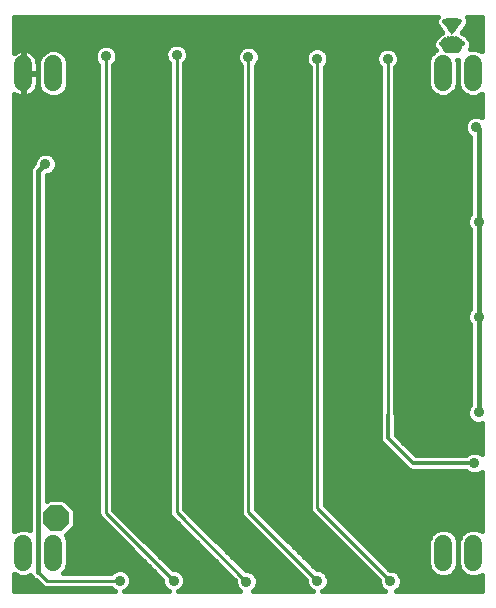
<source format=gbl>
G75*
%MOIN*%
%OFA0B0*%
%FSLAX24Y24*%
%IPPOS*%
%LPD*%
%AMOC8*
5,1,8,0,0,1.08239X$1,22.5*
%
%ADD10R,0.0312X0.0004*%
%ADD11R,0.0344X0.0004*%
%ADD12R,0.0368X0.0004*%
%ADD13R,0.0392X0.0004*%
%ADD14R,0.0408X0.0004*%
%ADD15R,0.0424X0.0004*%
%ADD16R,0.0432X0.0004*%
%ADD17R,0.0448X0.0004*%
%ADD18R,0.0456X0.0004*%
%ADD19R,0.0472X0.0004*%
%ADD20R,0.0480X0.0004*%
%ADD21R,0.0488X0.0004*%
%ADD22R,0.0496X0.0004*%
%ADD23R,0.0504X0.0004*%
%ADD24R,0.0512X0.0004*%
%ADD25R,0.0520X0.0004*%
%ADD26R,0.0528X0.0004*%
%ADD27R,0.0536X0.0004*%
%ADD28R,0.0536X0.0004*%
%ADD29R,0.0544X0.0004*%
%ADD30R,0.0552X0.0004*%
%ADD31R,0.0560X0.0004*%
%ADD32R,0.0560X0.0004*%
%ADD33R,0.0568X0.0004*%
%ADD34R,0.0576X0.0004*%
%ADD35R,0.0584X0.0004*%
%ADD36R,0.0592X0.0004*%
%ADD37R,0.0592X0.0004*%
%ADD38R,0.0600X0.0004*%
%ADD39R,0.0608X0.0004*%
%ADD40R,0.0608X0.0004*%
%ADD41R,0.0616X0.0004*%
%ADD42R,0.0624X0.0004*%
%ADD43R,0.0632X0.0004*%
%ADD44R,0.0632X0.0004*%
%ADD45R,0.0640X0.0004*%
%ADD46R,0.0648X0.0004*%
%ADD47R,0.0648X0.0004*%
%ADD48R,0.0656X0.0004*%
%ADD49R,0.0664X0.0004*%
%ADD50R,0.0664X0.0004*%
%ADD51R,0.0672X0.0004*%
%ADD52R,0.0680X0.0004*%
%ADD53R,0.0680X0.0004*%
%ADD54R,0.0688X0.0004*%
%ADD55R,0.0696X0.0004*%
%ADD56R,0.0700X0.0004*%
%ADD57R,0.0708X0.0004*%
%ADD58R,0.0716X0.0004*%
%ADD59R,0.0720X0.0004*%
%ADD60R,0.0720X0.0004*%
%ADD61R,0.0724X0.0004*%
%ADD62R,0.0808X0.0004*%
%ADD63R,0.0824X0.0004*%
%ADD64R,0.0832X0.0004*%
%ADD65R,0.0840X0.0004*%
%ADD66R,0.0848X0.0004*%
%ADD67R,0.0856X0.0004*%
%ADD68R,0.0860X0.0004*%
%ADD69R,0.0864X0.0004*%
%ADD70R,0.0864X0.0004*%
%ADD71R,0.0868X0.0004*%
%ADD72R,0.0872X0.0004*%
%ADD73R,0.0872X0.0004*%
%ADD74R,0.0860X0.0004*%
%ADD75R,0.0832X0.0004*%
%ADD76R,0.0824X0.0004*%
%ADD77R,0.0708X0.0004*%
%ADD78R,0.0712X0.0004*%
%ADD79R,0.0712X0.0004*%
%ADD80R,0.0700X0.0004*%
%ADD81R,0.0696X0.0004*%
%ADD82R,0.0692X0.0004*%
%ADD83R,0.0668X0.0004*%
%ADD84R,0.0660X0.0004*%
%ADD85R,0.0452X0.0004*%
%ADD86R,0.0188X0.0004*%
%ADD87R,0.0448X0.0004*%
%ADD88R,0.0440X0.0004*%
%ADD89R,0.0184X0.0004*%
%ADD90R,0.0432X0.0004*%
%ADD91R,0.0184X0.0004*%
%ADD92R,0.0424X0.0004*%
%ADD93R,0.0412X0.0004*%
%ADD94R,0.0128X0.0004*%
%ADD95R,0.0044X0.0004*%
%ADD96R,0.0400X0.0004*%
%ADD97R,0.0008X0.0004*%
%ADD98R,0.0388X0.0004*%
%ADD99R,0.0132X0.0004*%
%ADD100R,0.0360X0.0004*%
%ADD101R,0.0136X0.0004*%
%ADD102R,0.0340X0.0004*%
%ADD103R,0.0140X0.0004*%
%ADD104R,0.0328X0.0004*%
%ADD105R,0.0144X0.0004*%
%ADD106R,0.0324X0.0004*%
%ADD107R,0.0148X0.0004*%
%ADD108R,0.0320X0.0004*%
%ADD109R,0.0156X0.0004*%
%ADD110R,0.0316X0.0004*%
%ADD111R,0.0176X0.0004*%
%ADD112R,0.0080X0.0004*%
%ADD113R,0.0052X0.0004*%
%ADD114R,0.0380X0.0004*%
%ADD115R,0.0372X0.0004*%
%ADD116R,0.0356X0.0004*%
%ADD117R,0.0004X0.0004*%
%ADD118R,0.0308X0.0004*%
%ADD119R,0.0060X0.0004*%
%ADD120R,0.0240X0.0004*%
%ADD121R,0.0232X0.0004*%
%ADD122R,0.0044X0.0004*%
%ADD123R,0.0164X0.0004*%
%ADD124R,0.0056X0.0004*%
%ADD125R,0.0036X0.0004*%
%ADD126R,0.0156X0.0004*%
%ADD127R,0.0048X0.0004*%
%ADD128R,0.0024X0.0004*%
%ADD129R,0.0036X0.0004*%
%ADD130R,0.0016X0.0004*%
%ADD131R,0.0028X0.0004*%
%ADD132R,0.0012X0.0004*%
%ADD133R,0.0124X0.0004*%
%ADD134R,0.0108X0.0004*%
%ADD135R,0.0008X0.0004*%
%ADD136R,0.0092X0.0004*%
%ADD137R,0.0068X0.0004*%
%ADD138R,0.0008X0.0004*%
%ADD139R,0.0016X0.0004*%
%ADD140R,0.0024X0.0004*%
%ADD141R,0.0032X0.0004*%
%ADD142R,0.0032X0.0004*%
%ADD143R,0.0040X0.0004*%
%ADD144R,0.0056X0.0004*%
%ADD145R,0.0064X0.0004*%
%ADD146R,0.0072X0.0004*%
%ADD147R,0.0088X0.0004*%
%ADD148R,0.0096X0.0004*%
%ADD149R,0.0104X0.0004*%
%ADD150R,0.0112X0.0004*%
%ADD151R,0.0120X0.0004*%
%ADD152R,0.0124X0.0004*%
%ADD153R,0.0128X0.0004*%
%ADD154R,0.0144X0.0004*%
%ADD155R,0.0152X0.0004*%
%ADD156R,0.0152X0.0004*%
%ADD157R,0.0160X0.0004*%
%ADD158R,0.0168X0.0004*%
%ADD159R,0.0176X0.0004*%
%ADD160R,0.0184X0.0004*%
%ADD161R,0.0192X0.0004*%
%ADD162R,0.0200X0.0004*%
%ADD163R,0.0208X0.0004*%
%ADD164R,0.0216X0.0004*%
%ADD165R,0.0216X0.0004*%
%ADD166R,0.0224X0.0004*%
%ADD167R,0.0232X0.0004*%
%ADD168R,0.0240X0.0004*%
%ADD169R,0.0248X0.0004*%
%ADD170R,0.0256X0.0004*%
%ADD171R,0.0264X0.0004*%
%ADD172R,0.0272X0.0004*%
%ADD173R,0.0280X0.0004*%
%ADD174R,0.0288X0.0004*%
%ADD175R,0.0296X0.0004*%
%ADD176R,0.0304X0.0004*%
%ADD177R,0.0320X0.0004*%
%ADD178R,0.0328X0.0004*%
%ADD179R,0.0336X0.0004*%
%ADD180R,0.0336X0.0004*%
%ADD181R,0.0200X0.0004*%
%ADD182R,0.0128X0.0004*%
%ADD183R,0.0204X0.0004*%
%ADD184R,0.0216X0.0004*%
%ADD185R,0.0228X0.0004*%
%ADD186R,0.0416X0.0004*%
%ADD187R,0.0424X0.0004*%
%ADD188R,0.0428X0.0004*%
%ADD189R,0.0304X0.0004*%
%ADD190R,0.0180X0.0004*%
%ADD191R,0.0112X0.0004*%
%ADD192R,0.0176X0.0004*%
%ADD193R,0.0112X0.0004*%
%ADD194R,0.0132X0.0004*%
%ADD195R,0.0116X0.0004*%
%ADD196R,0.0332X0.0004*%
%ADD197R,0.0336X0.0004*%
%ADD198R,0.0480X0.0004*%
%ADD199R,0.0496X0.0004*%
%ADD200R,0.0512X0.0004*%
%ADD201R,0.0544X0.0004*%
%ADD202R,0.0208X0.0004*%
%ADD203R,0.0356X0.0004*%
%ADD204R,0.0208X0.0004*%
%ADD205R,0.0364X0.0004*%
%ADD206R,0.0212X0.0004*%
%ADD207R,0.0368X0.0004*%
%ADD208R,0.0220X0.0004*%
%ADD209R,0.0600X0.0004*%
%ADD210R,0.0356X0.0004*%
%ADD211R,0.0228X0.0004*%
%ADD212R,0.0236X0.0004*%
%ADD213R,0.0360X0.0004*%
%ADD214R,0.0368X0.0004*%
%ADD215R,0.0244X0.0004*%
%ADD216R,0.0252X0.0004*%
%ADD217R,0.0376X0.0004*%
%ADD218R,0.0672X0.0004*%
%ADD219R,0.0624X0.0004*%
%ADD220R,0.0596X0.0004*%
%ADD221R,0.0552X0.0004*%
%ADD222R,0.0456X0.0004*%
%ADD223R,0.0384X0.0004*%
%ADD224R,0.0352X0.0004*%
%ADD225R,0.0188X0.0004*%
%ADD226R,0.0108X0.0004*%
%ADD227C,0.0600*%
%ADD228OC8,0.0850*%
%ADD229C,0.0160*%
%ADD230C,0.0356*%
%ADD231C,0.0100*%
%ADD232C,0.0120*%
D10*
X015088Y018382D03*
X015084Y018894D03*
X015088Y019194D03*
X015088Y019198D03*
D11*
X015088Y018386D03*
D12*
X015088Y018390D03*
D13*
X015088Y018394D03*
X015112Y018878D03*
D14*
X015088Y019258D03*
X015088Y019262D03*
X015088Y019518D03*
X015088Y018398D03*
D15*
X015088Y018402D03*
D16*
X015088Y018406D03*
X015088Y019278D03*
X015088Y019514D03*
D17*
X015088Y018410D03*
D18*
X015088Y018414D03*
D19*
X015088Y018418D03*
D20*
X015088Y018422D03*
X015088Y019506D03*
D21*
X015088Y019314D03*
X015088Y018426D03*
D22*
X015088Y018430D03*
D23*
X015088Y018434D03*
X015088Y019326D03*
D24*
X015088Y019498D03*
X015088Y018438D03*
D25*
X015088Y018442D03*
X015088Y019334D03*
X015088Y019338D03*
D26*
X015088Y019342D03*
X015088Y018446D03*
D27*
X015088Y018450D03*
D28*
X015088Y018454D03*
X015088Y019346D03*
X015088Y019494D03*
D29*
X015088Y019354D03*
X015088Y018458D03*
D30*
X015088Y018462D03*
X015088Y019358D03*
D31*
X015088Y019362D03*
X015088Y018466D03*
D32*
X015088Y018470D03*
D33*
X015088Y018474D03*
X015088Y019366D03*
X015088Y019486D03*
D34*
X015088Y018482D03*
X015088Y018478D03*
D35*
X015088Y018486D03*
X015088Y019482D03*
D36*
X015088Y018490D03*
D37*
X015088Y018494D03*
D38*
X015088Y018498D03*
X015088Y018502D03*
D39*
X015088Y018506D03*
X015088Y019474D03*
D40*
X015088Y018510D03*
D41*
X015088Y018514D03*
X015088Y018518D03*
D42*
X015088Y018522D03*
X015088Y018526D03*
D43*
X015088Y018530D03*
D44*
X015088Y018534D03*
X015088Y019466D03*
D45*
X015088Y018542D03*
X015088Y018538D03*
D46*
X015088Y018546D03*
X015088Y018554D03*
X015088Y019462D03*
D47*
X015088Y018550D03*
D48*
X015088Y018558D03*
X015088Y018562D03*
X015088Y019426D03*
X015088Y019458D03*
D49*
X015088Y019454D03*
X015088Y019434D03*
X015088Y018566D03*
D50*
X015088Y018570D03*
X015088Y019430D03*
D51*
X015088Y019438D03*
X015084Y018806D03*
X015088Y018582D03*
X015088Y018578D03*
X015088Y018574D03*
D52*
X015088Y018586D03*
X015088Y018802D03*
X015088Y019442D03*
X015088Y019446D03*
D53*
X015088Y018590D03*
D54*
X015088Y018594D03*
X015088Y018598D03*
X015088Y018798D03*
D55*
X015088Y018606D03*
X015088Y018602D03*
D56*
X015086Y018610D03*
D57*
X015086Y018614D03*
X015086Y018618D03*
D58*
X015086Y018622D03*
X015086Y018626D03*
D59*
X015088Y018630D03*
D60*
X015088Y018634D03*
D61*
X015090Y018638D03*
D62*
X015088Y018642D03*
X015088Y018734D03*
D63*
X015088Y018646D03*
D64*
X015088Y018650D03*
D65*
X015088Y018654D03*
X015088Y018722D03*
D66*
X015088Y018718D03*
X015088Y018658D03*
D67*
X015088Y018662D03*
X015088Y018714D03*
D68*
X015090Y018666D03*
D69*
X015088Y018670D03*
D70*
X015088Y018674D03*
X015088Y018702D03*
X015088Y018706D03*
D71*
X015090Y018698D03*
X015090Y018682D03*
X015090Y018678D03*
D72*
X015088Y018686D03*
X015088Y018694D03*
D73*
X015088Y018690D03*
D74*
X015090Y018710D03*
D75*
X015088Y018726D03*
D76*
X015088Y018730D03*
D77*
X015098Y018766D03*
X015094Y018778D03*
D78*
X015096Y018770D03*
D79*
X015096Y018774D03*
D80*
X015094Y018782D03*
X015094Y018786D03*
D81*
X015092Y018790D03*
D82*
X015090Y018794D03*
D83*
X015082Y018810D03*
D84*
X015082Y018814D03*
X015082Y018818D03*
D85*
X014982Y018822D03*
D86*
X015314Y018838D03*
X015318Y018826D03*
X015318Y018822D03*
D87*
X014980Y018826D03*
D88*
X014980Y018830D03*
D89*
X015316Y018830D03*
D90*
X014980Y018834D03*
D91*
X015316Y018834D03*
D92*
X014976Y018838D03*
D93*
X014974Y018842D03*
D94*
X015276Y018846D03*
X015280Y018842D03*
X015196Y019218D03*
X015200Y019222D03*
D95*
X015386Y018842D03*
D96*
X014972Y018846D03*
X015088Y019254D03*
D97*
X015088Y018994D03*
X015404Y018846D03*
D98*
X014970Y018850D03*
D99*
X015270Y018850D03*
X014926Y019290D03*
D100*
X014976Y019378D03*
X014960Y018854D03*
D101*
X015088Y018922D03*
X015088Y019078D03*
X015208Y019238D03*
X015268Y018854D03*
D102*
X014954Y018858D03*
D103*
X015210Y019242D03*
X015262Y018858D03*
D104*
X014956Y018862D03*
X015020Y019298D03*
D105*
X015256Y018862D03*
D106*
X014958Y018866D03*
D107*
X015086Y018918D03*
X015250Y018866D03*
D108*
X014964Y018870D03*
X015088Y019530D03*
D109*
X015206Y019250D03*
X015242Y018870D03*
D110*
X014970Y018874D03*
D111*
X015224Y018874D03*
D112*
X015088Y019038D03*
X015088Y019042D03*
X014860Y018878D03*
D113*
X014862Y018882D03*
X014962Y018906D03*
D114*
X015110Y018882D03*
D115*
X015106Y018886D03*
D116*
X015102Y018890D03*
X014982Y019370D03*
D117*
X015254Y018894D03*
D118*
X015082Y018898D03*
D119*
X014962Y018902D03*
D120*
X015116Y018902D03*
X015088Y019146D03*
X014888Y019414D03*
X015088Y019538D03*
D121*
X014900Y019394D03*
X014896Y019398D03*
X015116Y018906D03*
D122*
X014958Y018910D03*
D123*
X015086Y018910D03*
D124*
X015200Y018910D03*
D125*
X014958Y018914D03*
D126*
X015086Y018914D03*
D127*
X015088Y019018D03*
X015204Y018914D03*
D128*
X014956Y018918D03*
D129*
X015086Y018942D03*
X015206Y018918D03*
D130*
X015212Y018926D03*
X014956Y018922D03*
D131*
X015210Y018922D03*
D132*
X014954Y018926D03*
D133*
X015086Y018926D03*
X014930Y019282D03*
X015262Y019306D03*
D134*
X015086Y018930D03*
D135*
X015216Y018930D03*
D136*
X015086Y018934D03*
D137*
X015086Y018938D03*
D138*
X015088Y018990D03*
D139*
X015088Y018998D03*
D140*
X015088Y019002D03*
D141*
X015088Y019006D03*
D142*
X015088Y019010D03*
D143*
X015088Y019014D03*
D144*
X015088Y019022D03*
X015088Y019026D03*
D145*
X015088Y019030D03*
D146*
X015088Y019034D03*
D147*
X015088Y019046D03*
D148*
X015088Y019050D03*
D149*
X015088Y019054D03*
X015088Y019058D03*
D150*
X015088Y019062D03*
D151*
X015088Y019066D03*
X015264Y019302D03*
D152*
X015086Y019070D03*
D153*
X015088Y019074D03*
X015204Y019226D03*
X015208Y019234D03*
X014928Y019286D03*
D154*
X015088Y019082D03*
X015208Y019246D03*
D155*
X015088Y019086D03*
D156*
X015088Y019090D03*
D157*
X015088Y019094D03*
D158*
X015088Y019098D03*
X015088Y019102D03*
D159*
X015088Y019106D03*
D160*
X015088Y019110D03*
D161*
X015088Y019114D03*
X015088Y019118D03*
D162*
X015088Y019122D03*
X015016Y019218D03*
X015012Y019222D03*
X015008Y019226D03*
D163*
X015004Y019238D03*
X015088Y019126D03*
D164*
X015088Y019130D03*
D165*
X015088Y019134D03*
D166*
X015088Y019138D03*
D167*
X015088Y019142D03*
X014892Y019406D03*
D168*
X015088Y019150D03*
D169*
X015088Y019154D03*
D170*
X015088Y019158D03*
D171*
X015088Y019162D03*
X015088Y019166D03*
D172*
X015088Y019170D03*
D173*
X015088Y019174D03*
X015088Y019534D03*
D174*
X015088Y019182D03*
X015088Y019178D03*
D175*
X015088Y019186D03*
D176*
X015088Y019190D03*
D177*
X015088Y019202D03*
D178*
X015088Y019206D03*
D179*
X015088Y019210D03*
D180*
X015088Y019214D03*
D181*
X015008Y019230D03*
D182*
X015204Y019230D03*
D183*
X015274Y019374D03*
X015006Y019234D03*
D184*
X015004Y019242D03*
X015004Y019246D03*
D185*
X015006Y019250D03*
D186*
X015088Y019266D03*
D187*
X015088Y019270D03*
D188*
X015090Y019274D03*
D189*
X015156Y019282D03*
D190*
X015098Y019286D03*
X015094Y019294D03*
D191*
X015256Y019286D03*
X015260Y019294D03*
D192*
X015096Y019290D03*
D193*
X015260Y019290D03*
D194*
X014926Y019294D03*
D195*
X015262Y019298D03*
D196*
X015018Y019302D03*
D197*
X015020Y019306D03*
D198*
X015088Y019310D03*
D199*
X015088Y019318D03*
X015088Y019322D03*
X015088Y019502D03*
D200*
X015088Y019330D03*
D201*
X015088Y019350D03*
D202*
X015268Y019370D03*
D203*
X015218Y019398D03*
X015218Y019402D03*
X014978Y019374D03*
D204*
X015276Y019378D03*
D205*
X014974Y019382D03*
D206*
X015278Y019382D03*
D207*
X014976Y019386D03*
D208*
X015274Y019386D03*
D209*
X015088Y019390D03*
D210*
X015214Y019394D03*
X015222Y019406D03*
D211*
X014894Y019402D03*
D212*
X014890Y019410D03*
D213*
X015224Y019410D03*
D214*
X015224Y019414D03*
X015224Y019418D03*
D215*
X014890Y019418D03*
D216*
X014890Y019422D03*
D217*
X015224Y019422D03*
D218*
X015088Y019450D03*
D219*
X015088Y019470D03*
D220*
X015090Y019478D03*
D221*
X015088Y019490D03*
D222*
X015088Y019510D03*
D223*
X015088Y019522D03*
D224*
X015088Y019526D03*
D225*
X015086Y019542D03*
D226*
X015090Y019546D03*
D227*
X014778Y018040D02*
X014778Y017440D01*
X015778Y017440D02*
X015778Y018040D01*
X015788Y002035D02*
X015788Y001435D01*
X014788Y001435D02*
X014788Y002035D01*
X001783Y002040D02*
X001783Y001440D01*
X000783Y001440D02*
X000783Y002040D01*
X000788Y017420D02*
X000788Y018020D01*
X001788Y018020D02*
X001788Y017420D01*
D228*
X001889Y002897D03*
D229*
X000488Y000460D02*
X003854Y000460D01*
X003793Y000485D01*
X003722Y000556D01*
X001540Y000556D01*
X001448Y000594D01*
X001378Y000664D01*
X001200Y000842D01*
X001128Y000872D01*
X001049Y000951D01*
X001028Y001001D01*
X000882Y000940D01*
X000683Y000940D01*
X000499Y001016D01*
X000488Y001028D01*
X000488Y000460D01*
X000488Y000497D02*
X003781Y000497D01*
X004160Y000460D02*
X004221Y000485D01*
X004327Y000592D01*
X004385Y000731D01*
X004385Y000881D01*
X004327Y001020D01*
X004221Y001127D01*
X004082Y001184D01*
X003932Y001184D01*
X003793Y001127D01*
X003722Y001056D01*
X002106Y001056D01*
X002206Y001157D01*
X002283Y001341D01*
X002283Y002139D01*
X002206Y002323D01*
X002203Y002327D01*
X002514Y002638D01*
X002514Y003155D01*
X002148Y003522D01*
X001630Y003522D01*
X001566Y003458D01*
X001566Y014318D01*
X001606Y014318D01*
X001745Y014375D01*
X001851Y014482D01*
X001909Y014621D01*
X001909Y014771D01*
X001851Y014910D01*
X001745Y015016D01*
X001606Y015074D01*
X001455Y015074D01*
X001316Y015016D01*
X001210Y014910D01*
X001152Y014771D01*
X001152Y014714D01*
X001049Y014610D01*
X001006Y014507D01*
X001006Y002489D01*
X000882Y002540D01*
X000683Y002540D01*
X000499Y002464D01*
X000488Y002452D01*
X000488Y017045D01*
X000536Y017009D01*
X000603Y016975D01*
X000675Y016952D01*
X000750Y016940D01*
X000768Y016940D01*
X000768Y017700D01*
X000808Y017700D01*
X000808Y017740D01*
X001268Y017740D01*
X001268Y018058D01*
X001256Y018132D01*
X001232Y018204D01*
X001198Y018272D01*
X001154Y018333D01*
X001100Y018386D01*
X001039Y018431D01*
X000972Y018465D01*
X000900Y018488D01*
X000825Y018500D01*
X000808Y018500D01*
X000808Y017740D01*
X000768Y017740D01*
X000768Y018500D01*
X000750Y018500D01*
X000675Y018488D01*
X000603Y018465D01*
X000536Y018431D01*
X000488Y018395D01*
X000488Y019585D01*
X014602Y019585D01*
X014552Y019535D01*
X014548Y019531D01*
X014548Y019357D01*
X014556Y019349D01*
X014556Y019345D01*
X014568Y019333D01*
X014568Y019329D01*
X014572Y019325D01*
X014580Y019317D01*
X014580Y019313D01*
X014588Y019305D01*
X014592Y019301D01*
X014592Y019297D01*
X014596Y019293D01*
X014604Y019285D01*
X014604Y019281D01*
X014616Y019269D01*
X014616Y019265D01*
X014628Y019253D01*
X014628Y019249D01*
X014632Y019245D01*
X014640Y019237D01*
X014640Y019233D01*
X014648Y019225D01*
X014652Y019221D01*
X014652Y019217D01*
X014660Y019209D01*
X014660Y019205D01*
X014668Y019197D01*
X014676Y019189D01*
X014676Y019185D01*
X014684Y019177D01*
X014684Y019173D01*
X014692Y019165D01*
X014696Y019161D01*
X014696Y019157D01*
X014708Y019145D01*
X014708Y019141D01*
X014720Y019129D01*
X014720Y019125D01*
X014732Y019113D01*
X014732Y019109D01*
X014736Y019105D01*
X014744Y019097D01*
X014744Y019093D01*
X014748Y019089D01*
X014752Y019085D01*
X014753Y019084D01*
X014753Y019084D01*
X014749Y019080D01*
X014737Y019080D01*
X014733Y019076D01*
X014729Y019076D01*
X014725Y019072D01*
X014721Y019072D01*
X014717Y019068D01*
X014713Y019068D01*
X014705Y019060D01*
X014701Y019060D01*
X014693Y019052D01*
X014693Y019052D01*
X014576Y018935D01*
X014572Y018931D01*
X014568Y018927D01*
X014564Y018923D01*
X014564Y018919D01*
X014560Y018915D01*
X014556Y018911D01*
X014556Y018907D01*
X014552Y018903D01*
X014552Y018899D01*
X014548Y018895D01*
X014548Y018887D01*
X014476Y018815D01*
X014472Y018811D01*
X014468Y018807D01*
X014464Y018803D01*
X014460Y018799D01*
X014460Y018795D01*
X014456Y018791D01*
X014456Y018783D01*
X014452Y018779D01*
X014452Y018601D01*
X014456Y018597D01*
X014456Y018585D01*
X014460Y018581D01*
X014460Y018577D01*
X014468Y018569D01*
X014472Y018565D01*
X014550Y018487D01*
X014494Y018464D01*
X014354Y018323D01*
X014278Y018139D01*
X014278Y017341D01*
X014354Y017157D01*
X014494Y017016D01*
X014678Y016940D01*
X014877Y016940D01*
X015061Y017016D01*
X015201Y017157D01*
X015278Y017341D01*
X015354Y017157D01*
X015494Y017016D01*
X015678Y016940D01*
X015877Y016940D01*
X016061Y017016D01*
X016069Y017025D01*
X016069Y016265D01*
X015960Y016310D01*
X015810Y016310D01*
X015671Y016253D01*
X015564Y016146D01*
X015507Y016007D01*
X015507Y015857D01*
X015564Y015718D01*
X015671Y015611D01*
X015687Y015604D01*
X015687Y013025D01*
X015647Y012985D01*
X015589Y012846D01*
X015589Y012695D01*
X015647Y012556D01*
X015687Y012516D01*
X015687Y009860D01*
X015647Y009819D01*
X015589Y009680D01*
X015589Y009530D01*
X015647Y009391D01*
X015687Y009350D01*
X015687Y006671D01*
X015647Y006630D01*
X015589Y006491D01*
X015589Y006341D01*
X015647Y006202D01*
X015753Y006096D01*
X015892Y006038D01*
X016043Y006038D01*
X016069Y006049D01*
X016069Y005018D01*
X016036Y005052D01*
X015897Y005109D01*
X015747Y005109D01*
X015608Y005052D01*
X015551Y004995D01*
X013878Y004995D01*
X013200Y005674D01*
X013200Y006377D01*
X013190Y006402D01*
X013190Y017915D01*
X013260Y017986D01*
X013318Y018124D01*
X013318Y018275D01*
X013260Y018414D01*
X013154Y018520D01*
X013015Y018578D01*
X012865Y018578D01*
X012726Y018520D01*
X012619Y018414D01*
X012562Y018275D01*
X012562Y018124D01*
X012619Y017986D01*
X012690Y017915D01*
X012690Y006402D01*
X012680Y006377D01*
X012680Y005514D01*
X012719Y005419D01*
X013550Y004588D01*
X013623Y004515D01*
X013719Y004475D01*
X015543Y004475D01*
X015608Y004411D01*
X015747Y004353D01*
X015897Y004353D01*
X016036Y004411D01*
X016069Y004444D01*
X016069Y002459D01*
X015887Y002535D01*
X015688Y002535D01*
X015504Y002459D01*
X015364Y002318D01*
X015288Y002134D01*
X015288Y001336D01*
X015288Y002134D01*
X015211Y002318D01*
X015071Y002459D01*
X014887Y002535D01*
X014688Y002535D01*
X014504Y002459D01*
X014364Y002318D01*
X014288Y002134D01*
X014288Y001336D01*
X014364Y001152D01*
X014504Y001011D01*
X014688Y000935D01*
X014887Y000935D01*
X015071Y001011D01*
X015211Y001152D01*
X015288Y001336D01*
X015364Y001152D01*
X015504Y001011D01*
X015688Y000935D01*
X015887Y000935D01*
X016069Y001011D01*
X016069Y000460D01*
X013208Y000460D01*
X013241Y000474D01*
X013347Y000580D01*
X013405Y000719D01*
X013405Y000869D01*
X013347Y001008D01*
X013241Y001115D01*
X013102Y001172D01*
X013002Y001172D01*
X010832Y003343D01*
X010832Y017923D01*
X010902Y017993D01*
X010960Y018132D01*
X010960Y018283D01*
X010902Y018422D01*
X010796Y018528D01*
X010657Y018586D01*
X010506Y018586D01*
X010367Y018528D01*
X010261Y018422D01*
X010203Y018283D01*
X010203Y018132D01*
X010261Y017993D01*
X010332Y017923D01*
X010332Y003189D01*
X010370Y003097D01*
X012648Y000819D01*
X012648Y000719D01*
X012706Y000580D01*
X012812Y000474D01*
X012845Y000460D01*
X010742Y000460D01*
X010804Y000485D01*
X010910Y000592D01*
X010968Y000731D01*
X010968Y000881D01*
X010910Y001020D01*
X010804Y001127D01*
X010665Y001184D01*
X010565Y001184D01*
X008540Y003209D01*
X008540Y017978D01*
X008611Y018048D01*
X008668Y018187D01*
X008668Y018338D01*
X008611Y018477D01*
X008504Y018583D01*
X008365Y018641D01*
X008215Y018641D01*
X008076Y018583D01*
X007970Y018477D01*
X007912Y018338D01*
X007912Y018187D01*
X007970Y018048D01*
X008040Y017978D01*
X008040Y003055D01*
X008078Y002964D01*
X010211Y000831D01*
X010211Y000731D01*
X010269Y000592D01*
X010375Y000485D01*
X010437Y000460D01*
X008444Y000460D01*
X008548Y000564D01*
X008605Y000703D01*
X008605Y000854D01*
X008548Y000993D01*
X008441Y001099D01*
X008302Y001157D01*
X008203Y001157D01*
X006158Y003201D01*
X006158Y018049D01*
X006229Y018119D01*
X006286Y018258D01*
X006286Y018409D01*
X006229Y018548D01*
X006123Y018654D01*
X005984Y018712D01*
X005833Y018712D01*
X005694Y018654D01*
X005588Y018548D01*
X005530Y018409D01*
X005530Y018258D01*
X005588Y018119D01*
X005658Y018049D01*
X005658Y003048D01*
X005696Y002956D01*
X007849Y000803D01*
X007849Y000703D01*
X007907Y000564D01*
X008011Y000460D01*
X005949Y000460D01*
X006020Y000489D01*
X006127Y000596D01*
X006184Y000735D01*
X006184Y000885D01*
X006127Y001024D01*
X006020Y001130D01*
X005881Y001188D01*
X005781Y001188D01*
X003796Y003173D01*
X003796Y018009D01*
X003867Y018080D01*
X003924Y018219D01*
X003924Y018369D01*
X003867Y018508D01*
X003760Y018615D01*
X003621Y018672D01*
X003471Y018672D01*
X003332Y018615D01*
X003226Y018508D01*
X003168Y018369D01*
X003168Y018219D01*
X003226Y018080D01*
X003296Y018009D01*
X003296Y003020D01*
X003334Y002928D01*
X005428Y000834D01*
X005428Y000735D01*
X005485Y000596D01*
X005592Y000489D01*
X005663Y000460D01*
X004160Y000460D01*
X004233Y000497D02*
X005584Y000497D01*
X005461Y000656D02*
X004354Y000656D01*
X004385Y000814D02*
X005428Y000814D01*
X005290Y000973D02*
X004347Y000973D01*
X004210Y001131D02*
X005131Y001131D01*
X004973Y001290D02*
X002261Y001290D01*
X002283Y001448D02*
X004814Y001448D01*
X004656Y001607D02*
X002283Y001607D01*
X002283Y001765D02*
X004497Y001765D01*
X004339Y001924D02*
X002283Y001924D01*
X002283Y002082D02*
X004180Y002082D01*
X004022Y002241D02*
X002241Y002241D01*
X002275Y002399D02*
X003863Y002399D01*
X003705Y002558D02*
X002434Y002558D01*
X002514Y002716D02*
X003546Y002716D01*
X003388Y002875D02*
X002514Y002875D01*
X002514Y003033D02*
X003296Y003033D01*
X003296Y003192D02*
X002478Y003192D01*
X002319Y003350D02*
X003296Y003350D01*
X003296Y003509D02*
X002161Y003509D01*
X001617Y003509D02*
X001566Y003509D01*
X001566Y003667D02*
X003296Y003667D01*
X003296Y003826D02*
X001566Y003826D01*
X001566Y003984D02*
X003296Y003984D01*
X003296Y004143D02*
X001566Y004143D01*
X001566Y004301D02*
X003296Y004301D01*
X003296Y004460D02*
X001566Y004460D01*
X001566Y004618D02*
X003296Y004618D01*
X003296Y004777D02*
X001566Y004777D01*
X001566Y004935D02*
X003296Y004935D01*
X003296Y005094D02*
X001566Y005094D01*
X001566Y005252D02*
X003296Y005252D01*
X003296Y005411D02*
X001566Y005411D01*
X001566Y005569D02*
X003296Y005569D01*
X003296Y005728D02*
X001566Y005728D01*
X001566Y005886D02*
X003296Y005886D01*
X003296Y006045D02*
X001566Y006045D01*
X001566Y006203D02*
X003296Y006203D01*
X003296Y006362D02*
X001566Y006362D01*
X001566Y006520D02*
X003296Y006520D01*
X003296Y006679D02*
X001566Y006679D01*
X001566Y006837D02*
X003296Y006837D01*
X003296Y006996D02*
X001566Y006996D01*
X001566Y007154D02*
X003296Y007154D01*
X003296Y007313D02*
X001566Y007313D01*
X001566Y007471D02*
X003296Y007471D01*
X003296Y007630D02*
X001566Y007630D01*
X001566Y007788D02*
X003296Y007788D01*
X003296Y007947D02*
X001566Y007947D01*
X001566Y008105D02*
X003296Y008105D01*
X003296Y008264D02*
X001566Y008264D01*
X001566Y008422D02*
X003296Y008422D01*
X003296Y008581D02*
X001566Y008581D01*
X001566Y008739D02*
X003296Y008739D01*
X003296Y008898D02*
X001566Y008898D01*
X001566Y009056D02*
X003296Y009056D01*
X003296Y009215D02*
X001566Y009215D01*
X001566Y009373D02*
X003296Y009373D01*
X003296Y009532D02*
X001566Y009532D01*
X001566Y009690D02*
X003296Y009690D01*
X003296Y009849D02*
X001566Y009849D01*
X001566Y010007D02*
X003296Y010007D01*
X003296Y010166D02*
X001566Y010166D01*
X001566Y010324D02*
X003296Y010324D01*
X003296Y010483D02*
X001566Y010483D01*
X001566Y010641D02*
X003296Y010641D01*
X003296Y010800D02*
X001566Y010800D01*
X001566Y010958D02*
X003296Y010958D01*
X003296Y011117D02*
X001566Y011117D01*
X001566Y011275D02*
X003296Y011275D01*
X003296Y011434D02*
X001566Y011434D01*
X001566Y011592D02*
X003296Y011592D01*
X003296Y011751D02*
X001566Y011751D01*
X001566Y011909D02*
X003296Y011909D01*
X003296Y012068D02*
X001566Y012068D01*
X001566Y012226D02*
X003296Y012226D01*
X003296Y012385D02*
X001566Y012385D01*
X001566Y012543D02*
X003296Y012543D01*
X003296Y012702D02*
X001566Y012702D01*
X001566Y012860D02*
X003296Y012860D01*
X003296Y013019D02*
X001566Y013019D01*
X001566Y013177D02*
X003296Y013177D01*
X003296Y013336D02*
X001566Y013336D01*
X001566Y013494D02*
X003296Y013494D01*
X003296Y013653D02*
X001566Y013653D01*
X001566Y013811D02*
X003296Y013811D01*
X003296Y013970D02*
X001566Y013970D01*
X001566Y014128D02*
X003296Y014128D01*
X003296Y014287D02*
X001566Y014287D01*
X001814Y014445D02*
X003296Y014445D01*
X003296Y014604D02*
X001901Y014604D01*
X001909Y014762D02*
X003296Y014762D01*
X003296Y014921D02*
X001840Y014921D01*
X001530Y014696D02*
X001286Y014452D01*
X001286Y001109D01*
X001040Y000973D02*
X000960Y000973D01*
X001228Y000814D02*
X000488Y000814D01*
X000488Y000656D02*
X001386Y000656D01*
X000605Y000973D02*
X000488Y000973D01*
X000488Y002558D02*
X001006Y002558D01*
X001006Y002716D02*
X000488Y002716D01*
X000488Y002875D02*
X001006Y002875D01*
X001006Y003033D02*
X000488Y003033D01*
X000488Y003192D02*
X001006Y003192D01*
X001006Y003350D02*
X000488Y003350D01*
X000488Y003509D02*
X001006Y003509D01*
X001006Y003667D02*
X000488Y003667D01*
X000488Y003826D02*
X001006Y003826D01*
X001006Y003984D02*
X000488Y003984D01*
X000488Y004143D02*
X001006Y004143D01*
X001006Y004301D02*
X000488Y004301D01*
X000488Y004460D02*
X001006Y004460D01*
X001006Y004618D02*
X000488Y004618D01*
X000488Y004777D02*
X001006Y004777D01*
X001006Y004935D02*
X000488Y004935D01*
X000488Y005094D02*
X001006Y005094D01*
X001006Y005252D02*
X000488Y005252D01*
X000488Y005411D02*
X001006Y005411D01*
X001006Y005569D02*
X000488Y005569D01*
X000488Y005728D02*
X001006Y005728D01*
X001006Y005886D02*
X000488Y005886D01*
X000488Y006045D02*
X001006Y006045D01*
X001006Y006203D02*
X000488Y006203D01*
X000488Y006362D02*
X001006Y006362D01*
X001006Y006520D02*
X000488Y006520D01*
X000488Y006679D02*
X001006Y006679D01*
X001006Y006837D02*
X000488Y006837D01*
X000488Y006996D02*
X001006Y006996D01*
X001006Y007154D02*
X000488Y007154D01*
X000488Y007313D02*
X001006Y007313D01*
X001006Y007471D02*
X000488Y007471D01*
X000488Y007630D02*
X001006Y007630D01*
X001006Y007788D02*
X000488Y007788D01*
X000488Y007947D02*
X001006Y007947D01*
X001006Y008105D02*
X000488Y008105D01*
X000488Y008264D02*
X001006Y008264D01*
X001006Y008422D02*
X000488Y008422D01*
X000488Y008581D02*
X001006Y008581D01*
X001006Y008739D02*
X000488Y008739D01*
X000488Y008898D02*
X001006Y008898D01*
X001006Y009056D02*
X000488Y009056D01*
X000488Y009215D02*
X001006Y009215D01*
X001006Y009373D02*
X000488Y009373D01*
X000488Y009532D02*
X001006Y009532D01*
X001006Y009690D02*
X000488Y009690D01*
X000488Y009849D02*
X001006Y009849D01*
X001006Y010007D02*
X000488Y010007D01*
X000488Y010166D02*
X001006Y010166D01*
X001006Y010324D02*
X000488Y010324D01*
X000488Y010483D02*
X001006Y010483D01*
X001006Y010641D02*
X000488Y010641D01*
X000488Y010800D02*
X001006Y010800D01*
X001006Y010958D02*
X000488Y010958D01*
X000488Y011117D02*
X001006Y011117D01*
X001006Y011275D02*
X000488Y011275D01*
X000488Y011434D02*
X001006Y011434D01*
X001006Y011592D02*
X000488Y011592D01*
X000488Y011751D02*
X001006Y011751D01*
X001006Y011909D02*
X000488Y011909D01*
X000488Y012068D02*
X001006Y012068D01*
X001006Y012226D02*
X000488Y012226D01*
X000488Y012385D02*
X001006Y012385D01*
X001006Y012543D02*
X000488Y012543D01*
X000488Y012702D02*
X001006Y012702D01*
X001006Y012860D02*
X000488Y012860D01*
X000488Y013019D02*
X001006Y013019D01*
X001006Y013177D02*
X000488Y013177D01*
X000488Y013336D02*
X001006Y013336D01*
X001006Y013494D02*
X000488Y013494D01*
X000488Y013653D02*
X001006Y013653D01*
X001006Y013811D02*
X000488Y013811D01*
X000488Y013970D02*
X001006Y013970D01*
X001006Y014128D02*
X000488Y014128D01*
X000488Y014287D02*
X001006Y014287D01*
X001006Y014445D02*
X000488Y014445D01*
X000488Y014604D02*
X001046Y014604D01*
X001152Y014762D02*
X000488Y014762D01*
X000488Y014921D02*
X001220Y014921D01*
X000759Y014365D02*
X000759Y016263D01*
X001007Y016511D01*
X000696Y016511D01*
X000488Y016506D02*
X003296Y016506D01*
X003296Y016664D02*
X000488Y016664D01*
X000488Y016823D02*
X003296Y016823D01*
X003296Y016981D02*
X002034Y016981D01*
X002071Y016996D02*
X002211Y017137D01*
X002288Y017321D01*
X002288Y018119D01*
X002211Y018303D01*
X002071Y018444D01*
X001887Y018520D01*
X001688Y018520D01*
X001504Y018444D01*
X001364Y018303D01*
X001288Y018119D01*
X001288Y017321D01*
X001364Y017137D01*
X001504Y016996D01*
X001688Y016920D01*
X001887Y016920D01*
X002071Y016996D01*
X002213Y017140D02*
X003296Y017140D01*
X003296Y017298D02*
X002278Y017298D01*
X002288Y017457D02*
X003296Y017457D01*
X003296Y017615D02*
X002288Y017615D01*
X002288Y017774D02*
X003296Y017774D01*
X003296Y017932D02*
X002288Y017932D01*
X002288Y018091D02*
X003221Y018091D01*
X003168Y018249D02*
X002234Y018249D01*
X002107Y018408D02*
X003184Y018408D01*
X003283Y018566D02*
X000488Y018566D01*
X000488Y018408D02*
X000504Y018408D01*
X000768Y018408D02*
X000808Y018408D01*
X000808Y018249D02*
X000768Y018249D01*
X000768Y018091D02*
X000808Y018091D01*
X000808Y017932D02*
X000768Y017932D01*
X000768Y017774D02*
X000808Y017774D01*
X000808Y017700D02*
X001268Y017700D01*
X001268Y017382D01*
X001256Y017308D01*
X001232Y017236D01*
X001198Y017168D01*
X001154Y017107D01*
X001100Y017054D01*
X001039Y017009D01*
X000972Y016975D01*
X000900Y016952D01*
X000825Y016940D01*
X000808Y016940D01*
X000808Y017700D01*
X000808Y017615D02*
X000768Y017615D01*
X000768Y017457D02*
X000808Y017457D01*
X000808Y017298D02*
X000768Y017298D01*
X000768Y017140D02*
X000808Y017140D01*
X000808Y016981D02*
X000768Y016981D01*
X000592Y016981D02*
X000488Y016981D01*
X000983Y016981D02*
X001541Y016981D01*
X001363Y017140D02*
X001177Y017140D01*
X001253Y017298D02*
X001297Y017298D01*
X001288Y017457D02*
X001268Y017457D01*
X001268Y017615D02*
X001288Y017615D01*
X001288Y017774D02*
X001268Y017774D01*
X001268Y017932D02*
X001288Y017932D01*
X001288Y018091D02*
X001262Y018091D01*
X001210Y018249D02*
X001341Y018249D01*
X001468Y018408D02*
X001071Y018408D01*
X000488Y018725D02*
X014452Y018725D01*
X014476Y018815D02*
X014476Y018815D01*
X014544Y018883D02*
X000488Y018883D01*
X000488Y019042D02*
X014682Y019042D01*
X014748Y019089D02*
X014748Y019089D01*
X014752Y019085D02*
X014752Y019085D01*
X014736Y019105D02*
X014736Y019105D01*
X014692Y019165D02*
X014692Y019165D01*
X014668Y019197D02*
X014668Y019197D01*
X014665Y019200D02*
X000488Y019200D01*
X000488Y019359D02*
X014548Y019359D01*
X014572Y019325D02*
X014572Y019325D01*
X014588Y019305D02*
X014588Y019305D01*
X014596Y019293D02*
X014596Y019293D01*
X014632Y019245D02*
X014632Y019245D01*
X014648Y019225D02*
X014648Y019225D01*
X014576Y018935D02*
X014576Y018935D01*
X014560Y018915D02*
X014560Y018915D01*
X014468Y018569D02*
X014468Y018569D01*
X014471Y018566D02*
X013043Y018566D01*
X012836Y018566D02*
X010704Y018566D01*
X010459Y018566D02*
X008522Y018566D01*
X008639Y018408D02*
X010255Y018408D01*
X010203Y018249D02*
X008668Y018249D01*
X008628Y018091D02*
X010221Y018091D01*
X010322Y017932D02*
X008540Y017932D01*
X008540Y017774D02*
X010332Y017774D01*
X010332Y017615D02*
X008540Y017615D01*
X008540Y017457D02*
X010332Y017457D01*
X010332Y017298D02*
X008540Y017298D01*
X008540Y017140D02*
X010332Y017140D01*
X010332Y016981D02*
X008540Y016981D01*
X008540Y016823D02*
X010332Y016823D01*
X010332Y016664D02*
X008540Y016664D01*
X008540Y016506D02*
X010332Y016506D01*
X010332Y016347D02*
X008540Y016347D01*
X008540Y016189D02*
X010332Y016189D01*
X010332Y016030D02*
X008540Y016030D01*
X008540Y015872D02*
X010332Y015872D01*
X010332Y015713D02*
X008540Y015713D01*
X008540Y015555D02*
X010332Y015555D01*
X010332Y015396D02*
X008540Y015396D01*
X008540Y015238D02*
X010332Y015238D01*
X010332Y015079D02*
X008540Y015079D01*
X008540Y014921D02*
X010332Y014921D01*
X010332Y014762D02*
X008540Y014762D01*
X008540Y014604D02*
X010332Y014604D01*
X010332Y014445D02*
X008540Y014445D01*
X008540Y014287D02*
X010332Y014287D01*
X010332Y014128D02*
X008540Y014128D01*
X008540Y013970D02*
X010332Y013970D01*
X010332Y013811D02*
X008540Y013811D01*
X008540Y013653D02*
X010332Y013653D01*
X010332Y013494D02*
X008540Y013494D01*
X008540Y013336D02*
X010332Y013336D01*
X010332Y013177D02*
X008540Y013177D01*
X008540Y013019D02*
X010332Y013019D01*
X010332Y012860D02*
X008540Y012860D01*
X008540Y012702D02*
X010332Y012702D01*
X010332Y012543D02*
X008540Y012543D01*
X008540Y012385D02*
X010332Y012385D01*
X010332Y012226D02*
X008540Y012226D01*
X008540Y012068D02*
X010332Y012068D01*
X010332Y011909D02*
X008540Y011909D01*
X008540Y011751D02*
X010332Y011751D01*
X010332Y011592D02*
X008540Y011592D01*
X008540Y011434D02*
X010332Y011434D01*
X010332Y011275D02*
X008540Y011275D01*
X008540Y011117D02*
X010332Y011117D01*
X010332Y010958D02*
X008540Y010958D01*
X008540Y010800D02*
X010332Y010800D01*
X010332Y010641D02*
X008540Y010641D01*
X008540Y010483D02*
X010332Y010483D01*
X010332Y010324D02*
X008540Y010324D01*
X008540Y010166D02*
X010332Y010166D01*
X010332Y010007D02*
X008540Y010007D01*
X008540Y009849D02*
X010332Y009849D01*
X010332Y009690D02*
X008540Y009690D01*
X008540Y009532D02*
X010332Y009532D01*
X010332Y009373D02*
X008540Y009373D01*
X008540Y009215D02*
X010332Y009215D01*
X010332Y009056D02*
X008540Y009056D01*
X008540Y008898D02*
X010332Y008898D01*
X010332Y008739D02*
X008540Y008739D01*
X008540Y008581D02*
X010332Y008581D01*
X010332Y008422D02*
X008540Y008422D01*
X008540Y008264D02*
X010332Y008264D01*
X010332Y008105D02*
X008540Y008105D01*
X008540Y007947D02*
X010332Y007947D01*
X010332Y007788D02*
X008540Y007788D01*
X008540Y007630D02*
X010332Y007630D01*
X010332Y007471D02*
X008540Y007471D01*
X008540Y007313D02*
X010332Y007313D01*
X010332Y007154D02*
X008540Y007154D01*
X008540Y006996D02*
X010332Y006996D01*
X010332Y006837D02*
X008540Y006837D01*
X008540Y006679D02*
X010332Y006679D01*
X010332Y006520D02*
X008540Y006520D01*
X008540Y006362D02*
X010332Y006362D01*
X010332Y006203D02*
X008540Y006203D01*
X008540Y006045D02*
X010332Y006045D01*
X010332Y005886D02*
X008540Y005886D01*
X008540Y005728D02*
X010332Y005728D01*
X010332Y005569D02*
X008540Y005569D01*
X008540Y005411D02*
X010332Y005411D01*
X010332Y005252D02*
X008540Y005252D01*
X008540Y005094D02*
X010332Y005094D01*
X010332Y004935D02*
X008540Y004935D01*
X008540Y004777D02*
X010332Y004777D01*
X010332Y004618D02*
X008540Y004618D01*
X008540Y004460D02*
X010332Y004460D01*
X010332Y004301D02*
X008540Y004301D01*
X008540Y004143D02*
X010332Y004143D01*
X010332Y003984D02*
X008540Y003984D01*
X008540Y003826D02*
X010332Y003826D01*
X010332Y003667D02*
X008540Y003667D01*
X008540Y003509D02*
X010332Y003509D01*
X010332Y003350D02*
X008540Y003350D01*
X008557Y003192D02*
X010332Y003192D01*
X010434Y003033D02*
X008716Y003033D01*
X008874Y002875D02*
X010593Y002875D01*
X010751Y002716D02*
X009033Y002716D01*
X009191Y002558D02*
X010910Y002558D01*
X011068Y002399D02*
X009350Y002399D01*
X009508Y002241D02*
X011227Y002241D01*
X011385Y002082D02*
X009667Y002082D01*
X009825Y001924D02*
X011544Y001924D01*
X011702Y001765D02*
X009984Y001765D01*
X009936Y001983D02*
X010676Y001274D01*
X010793Y001131D02*
X012336Y001131D01*
X012178Y001290D02*
X010459Y001290D01*
X010301Y001448D02*
X012019Y001448D01*
X011861Y001607D02*
X010142Y001607D01*
X009936Y001983D02*
X009936Y004790D01*
X009936Y008038D01*
X009936Y011101D01*
X009936Y014294D01*
X009936Y017523D01*
X010832Y017457D02*
X012690Y017457D01*
X012690Y017615D02*
X010832Y017615D01*
X010832Y017774D02*
X012690Y017774D01*
X012673Y017932D02*
X010841Y017932D01*
X010942Y018091D02*
X012576Y018091D01*
X012562Y018249D02*
X010960Y018249D01*
X010908Y018408D02*
X012617Y018408D01*
X013207Y017932D02*
X014278Y017932D01*
X014278Y017774D02*
X013190Y017774D01*
X013190Y017615D02*
X014278Y017615D01*
X014278Y017457D02*
X013190Y017457D01*
X013190Y017298D02*
X014295Y017298D01*
X014371Y017140D02*
X013190Y017140D01*
X013190Y016981D02*
X014579Y016981D01*
X014976Y016981D02*
X015579Y016981D01*
X015371Y017140D02*
X015184Y017140D01*
X015260Y017298D02*
X015295Y017298D01*
X015278Y017341D02*
X015278Y018139D01*
X015294Y018180D01*
X015261Y018180D01*
X015278Y018139D01*
X015278Y017341D01*
X015278Y017457D02*
X015278Y017457D01*
X015278Y017615D02*
X015278Y017615D01*
X015278Y017774D02*
X015278Y017774D01*
X015278Y017932D02*
X015278Y017932D01*
X015278Y018091D02*
X015278Y018091D01*
X015678Y018540D02*
X015704Y018565D01*
X015704Y018565D01*
X015720Y018581D01*
X015720Y018589D01*
X015724Y018593D01*
X015724Y018601D01*
X015724Y018779D01*
X015724Y018779D01*
X015724Y018783D01*
X015720Y018787D01*
X015720Y018795D01*
X015700Y018815D01*
X015612Y018903D01*
X015612Y018911D01*
X015608Y018915D01*
X015608Y018931D01*
X015490Y019048D01*
X015426Y019048D01*
X015408Y019066D01*
X015420Y019077D01*
X015420Y019081D01*
X015424Y019085D01*
X015424Y019085D01*
X015428Y019089D01*
X015432Y019093D01*
X015432Y019097D01*
X015440Y019105D01*
X015440Y019105D01*
X015444Y019109D01*
X015444Y019113D01*
X015456Y019125D01*
X015456Y019129D01*
X015468Y019141D01*
X015468Y019145D01*
X015480Y019157D01*
X015480Y019161D01*
X015492Y019173D01*
X015492Y019177D01*
X015500Y019185D01*
X015500Y019185D01*
X015504Y019189D01*
X015504Y019193D01*
X015516Y019205D01*
X015516Y019209D01*
X015524Y019217D01*
X015524Y019221D01*
X015528Y019225D01*
X015528Y019225D01*
X015536Y019233D01*
X015536Y019237D01*
X015544Y019245D01*
X015544Y019245D01*
X015548Y019249D01*
X015548Y019253D01*
X015560Y019265D01*
X015560Y019269D01*
X015572Y019281D01*
X015572Y019285D01*
X015584Y019297D01*
X015584Y019301D01*
X015588Y019305D01*
X015588Y019305D01*
X015596Y019313D01*
X015596Y019317D01*
X015604Y019325D01*
X015604Y019325D01*
X015608Y019329D01*
X015608Y019333D01*
X015620Y019345D01*
X015620Y019349D01*
X015628Y019357D01*
X015628Y019531D01*
X015624Y019535D01*
X015573Y019585D01*
X016069Y019585D01*
X016069Y018455D01*
X016061Y018464D01*
X015877Y018540D01*
X015678Y018540D01*
X015704Y018566D02*
X016069Y018566D01*
X016069Y018725D02*
X015724Y018725D01*
X015724Y018601D02*
X015724Y018601D01*
X015631Y018883D02*
X016069Y018883D01*
X016069Y019042D02*
X015497Y019042D01*
X015428Y019089D02*
X015428Y019089D01*
X015504Y019193D02*
X015504Y019193D01*
X015504Y019193D01*
X015510Y019200D02*
X016069Y019200D01*
X016069Y019359D02*
X015628Y019359D01*
X015628Y019517D02*
X016069Y019517D01*
X015624Y019535D02*
X015624Y019535D01*
X014552Y019535D02*
X014552Y019535D01*
X014548Y019517D02*
X000488Y019517D01*
X002605Y019247D02*
X002605Y018932D01*
X002546Y018873D01*
X002546Y016830D01*
X002326Y016609D01*
X001137Y016609D01*
X001121Y016625D01*
X001007Y016511D01*
X000488Y016347D02*
X003296Y016347D01*
X003296Y016189D02*
X000488Y016189D01*
X000488Y016030D02*
X003296Y016030D01*
X003296Y015872D02*
X000488Y015872D01*
X000488Y015713D02*
X003296Y015713D01*
X003296Y015555D02*
X000488Y015555D01*
X000488Y015396D02*
X003296Y015396D01*
X003296Y015238D02*
X000488Y015238D01*
X000488Y015079D02*
X003296Y015079D01*
X003796Y015079D02*
X005658Y015079D01*
X005658Y014921D02*
X003796Y014921D01*
X003796Y014762D02*
X005658Y014762D01*
X005658Y014604D02*
X003796Y014604D01*
X003796Y014445D02*
X005658Y014445D01*
X005658Y014287D02*
X003796Y014287D01*
X003796Y014128D02*
X005658Y014128D01*
X005658Y013970D02*
X003796Y013970D01*
X003796Y013811D02*
X005658Y013811D01*
X005658Y013653D02*
X003796Y013653D01*
X003796Y013494D02*
X005658Y013494D01*
X005658Y013336D02*
X003796Y013336D01*
X003796Y013177D02*
X005658Y013177D01*
X005658Y013019D02*
X003796Y013019D01*
X003796Y012860D02*
X005658Y012860D01*
X005658Y012702D02*
X003796Y012702D01*
X003796Y012543D02*
X005658Y012543D01*
X005658Y012385D02*
X003796Y012385D01*
X003796Y012226D02*
X005658Y012226D01*
X005658Y012068D02*
X003796Y012068D01*
X003796Y011909D02*
X005658Y011909D01*
X005658Y011751D02*
X003796Y011751D01*
X003796Y011592D02*
X005658Y011592D01*
X005658Y011434D02*
X003796Y011434D01*
X003796Y011275D02*
X005658Y011275D01*
X005658Y011117D02*
X003796Y011117D01*
X003796Y010958D02*
X005658Y010958D01*
X005658Y010800D02*
X003796Y010800D01*
X003796Y010641D02*
X005658Y010641D01*
X005658Y010483D02*
X003796Y010483D01*
X003796Y010324D02*
X005658Y010324D01*
X005658Y010166D02*
X003796Y010166D01*
X003796Y010007D02*
X005658Y010007D01*
X005658Y009849D02*
X003796Y009849D01*
X003796Y009690D02*
X005658Y009690D01*
X005658Y009532D02*
X003796Y009532D01*
X003796Y009373D02*
X005658Y009373D01*
X005658Y009215D02*
X003796Y009215D01*
X003796Y009056D02*
X005658Y009056D01*
X005658Y008898D02*
X003796Y008898D01*
X003796Y008739D02*
X005658Y008739D01*
X005658Y008581D02*
X003796Y008581D01*
X003796Y008422D02*
X005658Y008422D01*
X005658Y008264D02*
X003796Y008264D01*
X003796Y008105D02*
X005658Y008105D01*
X005658Y007947D02*
X003796Y007947D01*
X003796Y007788D02*
X005658Y007788D01*
X005658Y007630D02*
X003796Y007630D01*
X003796Y007471D02*
X005658Y007471D01*
X005658Y007313D02*
X003796Y007313D01*
X003796Y007154D02*
X005658Y007154D01*
X005658Y006996D02*
X003796Y006996D01*
X003796Y006837D02*
X005658Y006837D01*
X005658Y006679D02*
X003796Y006679D01*
X003796Y006520D02*
X005658Y006520D01*
X005658Y006362D02*
X003796Y006362D01*
X003796Y006203D02*
X005658Y006203D01*
X005658Y006045D02*
X003796Y006045D01*
X003796Y005886D02*
X005658Y005886D01*
X005658Y005728D02*
X003796Y005728D01*
X003796Y005569D02*
X005658Y005569D01*
X005658Y005411D02*
X003796Y005411D01*
X003796Y005252D02*
X005658Y005252D01*
X005658Y005094D02*
X003796Y005094D01*
X003796Y004935D02*
X005658Y004935D01*
X005658Y004777D02*
X003796Y004777D01*
X003796Y004618D02*
X005658Y004618D01*
X005658Y004460D02*
X003796Y004460D01*
X003796Y004301D02*
X005658Y004301D01*
X005658Y004143D02*
X003796Y004143D01*
X003796Y003984D02*
X005658Y003984D01*
X005658Y003826D02*
X003796Y003826D01*
X003796Y003667D02*
X005658Y003667D01*
X005658Y003509D02*
X003796Y003509D01*
X003796Y003350D02*
X005658Y003350D01*
X005658Y003192D02*
X003796Y003192D01*
X003936Y003033D02*
X005664Y003033D01*
X005778Y002875D02*
X004095Y002875D01*
X004253Y002716D02*
X005936Y002716D01*
X006095Y002558D02*
X004412Y002558D01*
X004570Y002399D02*
X006253Y002399D01*
X006412Y002241D02*
X004729Y002241D01*
X004887Y002082D02*
X006570Y002082D01*
X006729Y001924D02*
X005046Y001924D01*
X005204Y001765D02*
X006887Y001765D01*
X007046Y001607D02*
X005363Y001607D01*
X005521Y001448D02*
X007204Y001448D01*
X007363Y001290D02*
X005680Y001290D01*
X006019Y001131D02*
X007521Y001131D01*
X007680Y000973D02*
X006148Y000973D01*
X006184Y000814D02*
X007838Y000814D01*
X007869Y000656D02*
X006151Y000656D01*
X006028Y000497D02*
X007974Y000497D01*
X008481Y000497D02*
X010364Y000497D01*
X010243Y000656D02*
X008586Y000656D01*
X008605Y000814D02*
X010211Y000814D01*
X010069Y000973D02*
X008556Y000973D01*
X008364Y001131D02*
X009911Y001131D01*
X009752Y001290D02*
X008070Y001290D01*
X007911Y001448D02*
X009594Y001448D01*
X009435Y001607D02*
X007753Y001607D01*
X007594Y001765D02*
X009277Y001765D01*
X009118Y001924D02*
X007436Y001924D01*
X007609Y002019D02*
X008432Y001196D01*
X008960Y002082D02*
X007277Y002082D01*
X007119Y002241D02*
X008801Y002241D01*
X008643Y002399D02*
X006960Y002399D01*
X006802Y002558D02*
X008484Y002558D01*
X008326Y002716D02*
X006643Y002716D01*
X006485Y002875D02*
X008167Y002875D01*
X008050Y003033D02*
X006326Y003033D01*
X006168Y003192D02*
X008040Y003192D01*
X008040Y003350D02*
X006158Y003350D01*
X006158Y003509D02*
X008040Y003509D01*
X008040Y003667D02*
X006158Y003667D01*
X006158Y003826D02*
X008040Y003826D01*
X008040Y003984D02*
X006158Y003984D01*
X006158Y004143D02*
X008040Y004143D01*
X008040Y004301D02*
X006158Y004301D01*
X006158Y004460D02*
X008040Y004460D01*
X008040Y004618D02*
X006158Y004618D01*
X006158Y004777D02*
X008040Y004777D01*
X008040Y004935D02*
X006158Y004935D01*
X006158Y005094D02*
X008040Y005094D01*
X008040Y005252D02*
X006158Y005252D01*
X006158Y005411D02*
X008040Y005411D01*
X008040Y005569D02*
X006158Y005569D01*
X006158Y005728D02*
X008040Y005728D01*
X008040Y005886D02*
X006158Y005886D01*
X006158Y006045D02*
X008040Y006045D01*
X008040Y006203D02*
X006158Y006203D01*
X006158Y006362D02*
X008040Y006362D01*
X008040Y006520D02*
X006158Y006520D01*
X006158Y006679D02*
X008040Y006679D01*
X008040Y006837D02*
X006158Y006837D01*
X006158Y006996D02*
X008040Y006996D01*
X008040Y007154D02*
X006158Y007154D01*
X006158Y007313D02*
X008040Y007313D01*
X008040Y007471D02*
X006158Y007471D01*
X006158Y007630D02*
X008040Y007630D01*
X008040Y007788D02*
X006158Y007788D01*
X006158Y007947D02*
X008040Y007947D01*
X008040Y008105D02*
X006158Y008105D01*
X006158Y008264D02*
X008040Y008264D01*
X008040Y008422D02*
X006158Y008422D01*
X006158Y008581D02*
X008040Y008581D01*
X008040Y008739D02*
X006158Y008739D01*
X006158Y008898D02*
X008040Y008898D01*
X008040Y009056D02*
X006158Y009056D01*
X006158Y009215D02*
X008040Y009215D01*
X008040Y009373D02*
X006158Y009373D01*
X006158Y009532D02*
X008040Y009532D01*
X008040Y009690D02*
X006158Y009690D01*
X006158Y009849D02*
X008040Y009849D01*
X008040Y010007D02*
X006158Y010007D01*
X006158Y010166D02*
X008040Y010166D01*
X008040Y010324D02*
X006158Y010324D01*
X006158Y010483D02*
X008040Y010483D01*
X008040Y010641D02*
X006158Y010641D01*
X006158Y010800D02*
X008040Y010800D01*
X008040Y010958D02*
X006158Y010958D01*
X006158Y011117D02*
X008040Y011117D01*
X008040Y011275D02*
X006158Y011275D01*
X006158Y011434D02*
X008040Y011434D01*
X008040Y011592D02*
X006158Y011592D01*
X006158Y011751D02*
X008040Y011751D01*
X008040Y011909D02*
X006158Y011909D01*
X006158Y012068D02*
X008040Y012068D01*
X008040Y012226D02*
X006158Y012226D01*
X006158Y012385D02*
X008040Y012385D01*
X008040Y012543D02*
X006158Y012543D01*
X006158Y012702D02*
X008040Y012702D01*
X008040Y012860D02*
X006158Y012860D01*
X006158Y013019D02*
X008040Y013019D01*
X008040Y013177D02*
X006158Y013177D01*
X006158Y013336D02*
X008040Y013336D01*
X008040Y013494D02*
X006158Y013494D01*
X006158Y013653D02*
X008040Y013653D01*
X008040Y013811D02*
X006158Y013811D01*
X006158Y013970D02*
X008040Y013970D01*
X008040Y014128D02*
X006158Y014128D01*
X006158Y014287D02*
X008040Y014287D01*
X008040Y014445D02*
X006158Y014445D01*
X006158Y014604D02*
X008040Y014604D01*
X008040Y014762D02*
X006158Y014762D01*
X006158Y014921D02*
X008040Y014921D01*
X008040Y015079D02*
X006158Y015079D01*
X006158Y015238D02*
X008040Y015238D01*
X008040Y015396D02*
X006158Y015396D01*
X006158Y015555D02*
X008040Y015555D01*
X008040Y015713D02*
X006158Y015713D01*
X006158Y015872D02*
X008040Y015872D01*
X008040Y016030D02*
X006158Y016030D01*
X006158Y016189D02*
X008040Y016189D01*
X008040Y016347D02*
X006158Y016347D01*
X006158Y016506D02*
X008040Y016506D01*
X008040Y016664D02*
X006158Y016664D01*
X006158Y016823D02*
X008040Y016823D01*
X008040Y016981D02*
X006158Y016981D01*
X006158Y017140D02*
X008040Y017140D01*
X008040Y017298D02*
X006158Y017298D01*
X006158Y017457D02*
X008040Y017457D01*
X008040Y017615D02*
X006158Y017615D01*
X006158Y017774D02*
X008040Y017774D01*
X008040Y017932D02*
X006158Y017932D01*
X006200Y018091D02*
X007952Y018091D01*
X007912Y018249D02*
X006283Y018249D01*
X006286Y018408D02*
X007941Y018408D01*
X008059Y018566D02*
X006211Y018566D01*
X005658Y017932D02*
X003796Y017932D01*
X003796Y017774D02*
X005658Y017774D01*
X005658Y017615D02*
X003796Y017615D01*
X003796Y017457D02*
X005658Y017457D01*
X005658Y017298D02*
X003796Y017298D01*
X003796Y017140D02*
X005658Y017140D01*
X005658Y016981D02*
X003796Y016981D01*
X003796Y016823D02*
X005658Y016823D01*
X005658Y016664D02*
X003796Y016664D01*
X003796Y016506D02*
X005658Y016506D01*
X005658Y016347D02*
X003796Y016347D01*
X003796Y016189D02*
X005658Y016189D01*
X005658Y016030D02*
X003796Y016030D01*
X003796Y015872D02*
X005658Y015872D01*
X005658Y015713D02*
X003796Y015713D01*
X003796Y015555D02*
X005658Y015555D01*
X005658Y015396D02*
X003796Y015396D01*
X003796Y015238D02*
X005658Y015238D01*
X005353Y014432D02*
X005353Y011137D01*
X005353Y007971D01*
X005353Y004747D01*
X005353Y001912D01*
X006058Y001208D01*
X007609Y002019D02*
X007609Y004692D01*
X007609Y008007D01*
X007609Y011211D01*
X007609Y014511D01*
X007609Y017515D01*
X007609Y019093D01*
X007456Y019247D01*
X005046Y019247D01*
X005353Y018940D01*
X005353Y017526D01*
X005353Y014432D01*
X003026Y014393D02*
X003026Y011211D01*
X003026Y007987D01*
X003026Y004747D01*
X003026Y001566D01*
X003448Y001145D01*
X003803Y001131D02*
X002181Y001131D01*
X000731Y002948D02*
X000759Y002975D01*
X000759Y008023D01*
X000759Y011215D01*
X000759Y014365D01*
X003026Y014393D02*
X003026Y017534D01*
X003871Y018091D02*
X005617Y018091D01*
X005534Y018249D02*
X003924Y018249D01*
X003908Y018408D02*
X005530Y018408D01*
X005606Y018566D02*
X003809Y018566D01*
X002920Y019247D02*
X002605Y018932D01*
X002920Y019247D02*
X005046Y019247D01*
X007456Y019247D02*
X007530Y019247D01*
X007530Y019456D01*
X007530Y019247D02*
X009763Y019247D01*
X009763Y019471D01*
X009763Y019247D02*
X012145Y019247D01*
X012145Y019507D01*
X012145Y019247D02*
X013349Y019247D01*
X014188Y018408D01*
X014188Y014700D01*
X014527Y014361D01*
X014523Y014365D02*
X014523Y011204D01*
X014727Y011204D01*
X014523Y011204D02*
X014523Y007873D01*
X014727Y007873D01*
X014523Y007873D02*
X014523Y005597D01*
X015011Y005109D01*
X015708Y005094D02*
X013780Y005094D01*
X013621Y005252D02*
X016069Y005252D01*
X016069Y005094D02*
X015935Y005094D01*
X016069Y005411D02*
X013463Y005411D01*
X013304Y005569D02*
X016069Y005569D01*
X016069Y005728D02*
X013200Y005728D01*
X013200Y005886D02*
X016069Y005886D01*
X016058Y006045D02*
X016069Y006045D01*
X015877Y006045D02*
X013200Y006045D01*
X013200Y006203D02*
X015646Y006203D01*
X015589Y006362D02*
X013200Y006362D01*
X013190Y006520D02*
X015601Y006520D01*
X015687Y006679D02*
X013190Y006679D01*
X013190Y006837D02*
X015687Y006837D01*
X015687Y006996D02*
X013190Y006996D01*
X013190Y007154D02*
X015687Y007154D01*
X015687Y007313D02*
X013190Y007313D01*
X013190Y007471D02*
X015687Y007471D01*
X015687Y007630D02*
X013190Y007630D01*
X013190Y007788D02*
X015687Y007788D01*
X015687Y007947D02*
X013190Y007947D01*
X013190Y008105D02*
X015687Y008105D01*
X015687Y008264D02*
X013190Y008264D01*
X013190Y008422D02*
X015687Y008422D01*
X015687Y008581D02*
X013190Y008581D01*
X013190Y008739D02*
X015687Y008739D01*
X015687Y008898D02*
X013190Y008898D01*
X013190Y009056D02*
X015687Y009056D01*
X015687Y009215D02*
X013190Y009215D01*
X013190Y009373D02*
X015665Y009373D01*
X015589Y009532D02*
X013190Y009532D01*
X013190Y009690D02*
X015593Y009690D01*
X015676Y009849D02*
X013190Y009849D01*
X013190Y010007D02*
X015687Y010007D01*
X015687Y010166D02*
X013190Y010166D01*
X013190Y010324D02*
X015687Y010324D01*
X015687Y010483D02*
X013190Y010483D01*
X013190Y010641D02*
X015687Y010641D01*
X015687Y010800D02*
X013190Y010800D01*
X013190Y010958D02*
X015687Y010958D01*
X015687Y011117D02*
X013190Y011117D01*
X013190Y011275D02*
X015687Y011275D01*
X015687Y011434D02*
X013190Y011434D01*
X013190Y011592D02*
X015687Y011592D01*
X015687Y011751D02*
X013190Y011751D01*
X013190Y011909D02*
X015687Y011909D01*
X015687Y012068D02*
X013190Y012068D01*
X013190Y012226D02*
X015687Y012226D01*
X015687Y012385D02*
X013190Y012385D01*
X013190Y012543D02*
X015660Y012543D01*
X015589Y012702D02*
X013190Y012702D01*
X013190Y012860D02*
X015595Y012860D01*
X015681Y013019D02*
X013190Y013019D01*
X013190Y013177D02*
X015687Y013177D01*
X015687Y013336D02*
X013190Y013336D01*
X013190Y013494D02*
X015687Y013494D01*
X015687Y013653D02*
X013190Y013653D01*
X013190Y013811D02*
X015687Y013811D01*
X015687Y013970D02*
X013190Y013970D01*
X013190Y014128D02*
X015687Y014128D01*
X015687Y014287D02*
X013190Y014287D01*
X013190Y014445D02*
X015687Y014445D01*
X015687Y014604D02*
X013190Y014604D01*
X013190Y014762D02*
X015687Y014762D01*
X015687Y014921D02*
X013190Y014921D01*
X013190Y015079D02*
X015687Y015079D01*
X015687Y015238D02*
X013190Y015238D01*
X013190Y015396D02*
X015687Y015396D01*
X015687Y015555D02*
X013190Y015555D01*
X013190Y015713D02*
X015569Y015713D01*
X015507Y015872D02*
X013190Y015872D01*
X013190Y016030D02*
X015516Y016030D01*
X015607Y016189D02*
X013190Y016189D01*
X013190Y016347D02*
X016069Y016347D01*
X016069Y016506D02*
X013190Y016506D01*
X013190Y016664D02*
X016069Y016664D01*
X016069Y016823D02*
X013190Y016823D01*
X012690Y016823D02*
X010832Y016823D01*
X010832Y016981D02*
X012690Y016981D01*
X012690Y017140D02*
X010832Y017140D01*
X010832Y017298D02*
X012690Y017298D01*
X012219Y017483D02*
X012219Y014318D01*
X012219Y011156D01*
X012219Y008113D01*
X012219Y004806D01*
X012219Y002066D01*
X013054Y001231D01*
X013201Y001131D02*
X014384Y001131D01*
X014307Y001290D02*
X012885Y001290D01*
X012726Y001448D02*
X014288Y001448D01*
X014288Y001607D02*
X012568Y001607D01*
X012409Y001765D02*
X014288Y001765D01*
X014288Y001924D02*
X012251Y001924D01*
X012092Y002082D02*
X014288Y002082D01*
X014331Y002241D02*
X011934Y002241D01*
X011775Y002399D02*
X014444Y002399D01*
X015131Y002399D02*
X015444Y002399D01*
X015331Y002241D02*
X015244Y002241D01*
X015288Y002082D02*
X015288Y002082D01*
X015288Y001924D02*
X015288Y001924D01*
X015288Y001765D02*
X015288Y001765D01*
X015288Y001607D02*
X015288Y001607D01*
X015288Y001448D02*
X015288Y001448D01*
X015268Y001290D02*
X015307Y001290D01*
X015384Y001131D02*
X015191Y001131D01*
X014978Y000973D02*
X015598Y000973D01*
X015978Y000973D02*
X016069Y000973D01*
X016069Y000814D02*
X013405Y000814D01*
X013378Y000656D02*
X016069Y000656D01*
X016069Y000497D02*
X013264Y000497D01*
X013362Y000973D02*
X014598Y000973D01*
X016069Y002558D02*
X011617Y002558D01*
X011458Y002716D02*
X016069Y002716D01*
X016069Y002875D02*
X011300Y002875D01*
X011141Y003033D02*
X016069Y003033D01*
X016069Y003192D02*
X010983Y003192D01*
X010832Y003350D02*
X016069Y003350D01*
X016069Y003509D02*
X010832Y003509D01*
X010832Y003667D02*
X016069Y003667D01*
X016069Y003826D02*
X010832Y003826D01*
X010832Y003984D02*
X016069Y003984D01*
X016069Y004143D02*
X010832Y004143D01*
X010832Y004301D02*
X016069Y004301D01*
X015559Y004460D02*
X010832Y004460D01*
X010832Y004618D02*
X013520Y004618D01*
X013361Y004777D02*
X010832Y004777D01*
X010832Y004935D02*
X013203Y004935D01*
X013044Y005094D02*
X010832Y005094D01*
X010832Y005252D02*
X012886Y005252D01*
X012727Y005411D02*
X010832Y005411D01*
X010832Y005569D02*
X012680Y005569D01*
X012680Y005728D02*
X010832Y005728D01*
X010832Y005886D02*
X012680Y005886D01*
X012680Y006045D02*
X010832Y006045D01*
X010832Y006203D02*
X012680Y006203D01*
X012680Y006362D02*
X010832Y006362D01*
X010832Y006520D02*
X012690Y006520D01*
X012690Y006679D02*
X010832Y006679D01*
X010832Y006837D02*
X012690Y006837D01*
X012690Y006996D02*
X010832Y006996D01*
X010832Y007154D02*
X012690Y007154D01*
X012690Y007313D02*
X010832Y007313D01*
X010832Y007471D02*
X012690Y007471D01*
X012690Y007630D02*
X010832Y007630D01*
X010832Y007788D02*
X012690Y007788D01*
X012690Y007947D02*
X010832Y007947D01*
X010832Y008105D02*
X012690Y008105D01*
X012690Y008264D02*
X010832Y008264D01*
X010832Y008422D02*
X012690Y008422D01*
X012690Y008581D02*
X010832Y008581D01*
X010832Y008739D02*
X012690Y008739D01*
X012690Y008898D02*
X010832Y008898D01*
X010832Y009056D02*
X012690Y009056D01*
X012690Y009215D02*
X010832Y009215D01*
X010832Y009373D02*
X012690Y009373D01*
X012690Y009532D02*
X010832Y009532D01*
X010832Y009690D02*
X012690Y009690D01*
X012690Y009849D02*
X010832Y009849D01*
X010832Y010007D02*
X012690Y010007D01*
X012690Y010166D02*
X010832Y010166D01*
X010832Y010324D02*
X012690Y010324D01*
X012690Y010483D02*
X010832Y010483D01*
X010832Y010641D02*
X012690Y010641D01*
X012690Y010800D02*
X010832Y010800D01*
X010832Y010958D02*
X012690Y010958D01*
X012690Y011117D02*
X010832Y011117D01*
X010832Y011275D02*
X012690Y011275D01*
X012690Y011434D02*
X010832Y011434D01*
X010832Y011592D02*
X012690Y011592D01*
X012690Y011751D02*
X010832Y011751D01*
X010832Y011909D02*
X012690Y011909D01*
X012690Y012068D02*
X010832Y012068D01*
X010832Y012226D02*
X012690Y012226D01*
X012690Y012385D02*
X010832Y012385D01*
X010832Y012543D02*
X012690Y012543D01*
X012690Y012702D02*
X010832Y012702D01*
X010832Y012860D02*
X012690Y012860D01*
X012690Y013019D02*
X010832Y013019D01*
X010832Y013177D02*
X012690Y013177D01*
X012690Y013336D02*
X010832Y013336D01*
X010832Y013494D02*
X012690Y013494D01*
X012690Y013653D02*
X010832Y013653D01*
X010832Y013811D02*
X012690Y013811D01*
X012690Y013970D02*
X010832Y013970D01*
X010832Y014128D02*
X012690Y014128D01*
X012690Y014287D02*
X010832Y014287D01*
X010832Y014445D02*
X012690Y014445D01*
X012690Y014604D02*
X010832Y014604D01*
X010832Y014762D02*
X012690Y014762D01*
X012690Y014921D02*
X010832Y014921D01*
X010832Y015079D02*
X012690Y015079D01*
X012690Y015238D02*
X010832Y015238D01*
X010832Y015396D02*
X012690Y015396D01*
X012690Y015555D02*
X010832Y015555D01*
X010832Y015713D02*
X012690Y015713D01*
X012690Y015872D02*
X010832Y015872D01*
X010832Y016030D02*
X012690Y016030D01*
X012690Y016189D02*
X010832Y016189D01*
X010832Y016347D02*
X012690Y016347D01*
X012690Y016506D02*
X010832Y016506D01*
X010832Y016664D02*
X012690Y016664D01*
X013304Y018091D02*
X014278Y018091D01*
X014323Y018249D02*
X013318Y018249D01*
X013263Y018408D02*
X014438Y018408D01*
X014472Y018565D02*
X014472Y018565D01*
X015976Y016981D02*
X016069Y016981D01*
X015885Y015932D02*
X015967Y015849D01*
X015967Y012771D01*
X015967Y009605D01*
X015967Y006416D01*
X012495Y000973D02*
X010930Y000973D01*
X010968Y000814D02*
X012648Y000814D01*
X012675Y000656D02*
X010936Y000656D01*
X010815Y000497D02*
X012789Y000497D01*
D230*
X013026Y000794D03*
X013054Y001231D03*
X010676Y001274D03*
X010589Y000806D03*
X008432Y001196D03*
X008227Y000778D03*
X006058Y001208D03*
X005806Y000810D03*
X004007Y000806D03*
X003448Y001145D03*
X000759Y002975D03*
X003026Y004747D03*
X005353Y004747D03*
X007609Y004692D03*
X009936Y004790D03*
X012219Y004806D03*
X014727Y007873D03*
X015967Y006416D03*
X015011Y005109D03*
X015822Y004731D03*
X012219Y008113D03*
X009936Y008038D03*
X007609Y008007D03*
X005353Y007971D03*
X003026Y007987D03*
X000759Y008023D03*
X000759Y011215D03*
X003026Y011211D03*
X005353Y011137D03*
X007609Y011211D03*
X009936Y011101D03*
X012219Y011156D03*
X014727Y011204D03*
X015967Y012771D03*
X014523Y014365D03*
X015885Y015932D03*
X012940Y018200D03*
X012219Y017483D03*
X010582Y018208D03*
X009936Y017523D03*
X008290Y018263D03*
X007609Y017515D03*
X005908Y018334D03*
X005353Y017526D03*
X005046Y019247D03*
X003546Y018294D03*
X003026Y017534D03*
X002605Y019247D03*
X000696Y016511D03*
X001530Y014696D03*
X000759Y014365D03*
X003026Y014393D03*
X005353Y014432D03*
X007609Y014511D03*
X009936Y014294D03*
X012219Y014318D03*
X015967Y009605D03*
X012145Y019507D03*
X009763Y019471D03*
X007530Y019456D03*
D231*
X008290Y018263D02*
X008290Y003105D01*
X010589Y000806D01*
X010582Y003239D02*
X013026Y000794D01*
X010582Y003239D02*
X010582Y018208D01*
X012940Y018200D02*
X012940Y006326D01*
X008227Y000778D02*
X005908Y003097D01*
X005908Y018334D01*
X003546Y018294D02*
X003546Y003070D01*
X005806Y000810D01*
X004007Y000806D02*
X001589Y000806D01*
X001286Y001109D01*
D232*
X012940Y005566D02*
X013771Y004735D01*
X015818Y004735D01*
X015822Y004731D01*
X012940Y005566D02*
X012940Y006326D01*
M02*

</source>
